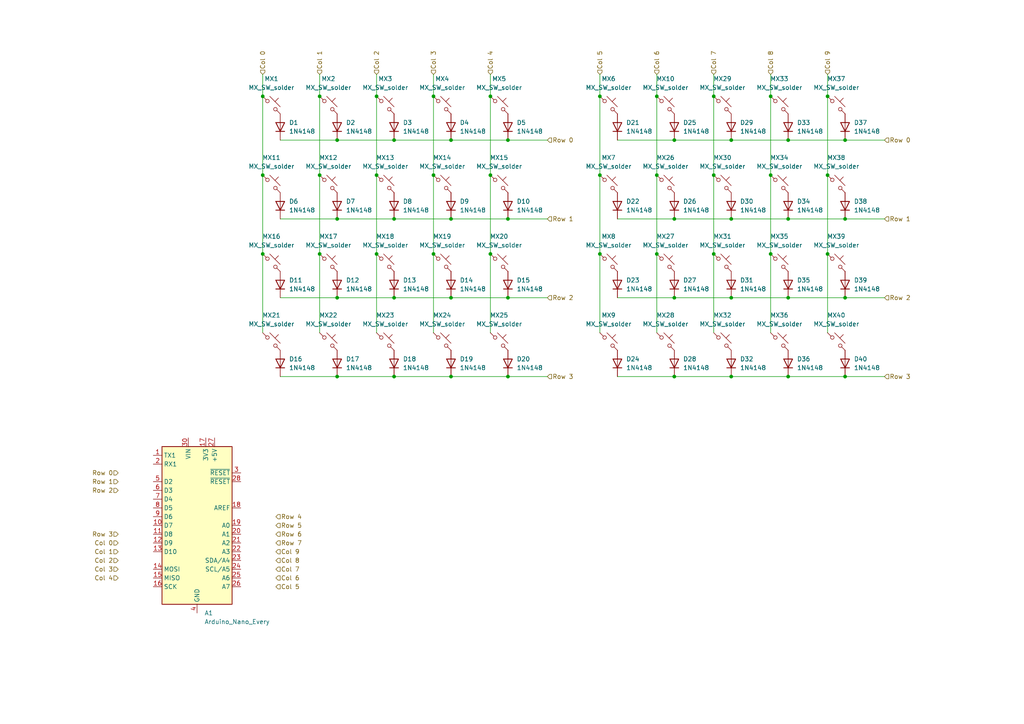
<source format=kicad_sch>
(kicad_sch (version 20250114) (generator "eeschema") (generator_version "9.0")
  (paper "A4")
  (lib_symbols
    (symbol "Diode:1N4148" (pin_numbers (hide yes)) (pin_names (hide yes))
      (property "Reference" "D" (at 0 2.54 0))
      (property "Value" "1N4148" (at 0 -2.54 0))
      (symbol "1N4148_0_1"
        (polyline (pts (xy -1.27 1.27) (xy -1.27 -1.27)) (stroke (width 0.254)))
        (polyline (pts (xy 1.27 1.27) (xy 1.27 -1.27) (xy -1.27 0) (xy 1.27 1.27)) (stroke (width 0.254)))
        (polyline (pts (xy 1.27 0) (xy -1.27 0)))
      )
      (symbol "1N4148_1_1"
        (pin passive line (at -3.81 0 0) (length 2.54) (name "K") (number "1"))
        (pin passive line (at 3.81 0 180) (length 2.54) (name "A") (number "2"))
      )
    )
    (symbol "MCU_Module:Arduino_Nano_Every"
      (property "Reference" "A" (at -10.16 23.495 0))
      (property "Value" "Arduino_Nano_Every" (at 5.08 -24.13 0))
      (symbol "Arduino_Nano_Every_0_1"
        (rectangle (start -10.16 22.86) (end 10.16 -22.86) (stroke (width 0.254)) (fill (type background)))
      )
      (symbol "Arduino_Nano_Every_1_1"
        (pin bidirectional line (at -12.7 20.32 0) (length 2.54) (name "TX1") (number "1"))
        (pin bidirectional line (at -12.7 17.78 0) (length 2.54) (name "RX1") (number "2"))
        (pin bidirectional line (at -12.7 12.7 0) (length 2.54) (name "D2") (number "5"))
        (pin bidirectional line (at -12.7 10.16 0) (length 2.54) (name "D3") (number "6"))
        (pin bidirectional line (at -12.7 7.62 0) (length 2.54) (name "D4") (number "7"))
        (pin bidirectional line (at -12.7 5.08 0) (length 2.54) (name "D5") (number "8"))
        (pin bidirectional line (at -12.7 2.54 0) (length 2.54) (name "D6") (number "9"))
        (pin bidirectional line (at -12.7 0 0) (length 2.54) (name "D7") (number "10"))
        (pin bidirectional line (at -12.7 -2.54 0) (length 2.54) (name "D8") (number "11"))
        (pin bidirectional line (at -12.7 -5.08 0) (length 2.54) (name "D9") (number "12"))
        (pin bidirectional line (at -12.7 -7.62 0) (length 2.54) (name "D10") (number "13"))
        (pin bidirectional line (at -12.7 -12.7 0) (length 2.54) (name "MOSI") (number "14"))
        (pin bidirectional line (at -12.7 -15.24 0) (length 2.54) (name "MISO") (number "15"))
        (pin bidirectional line (at -12.7 -17.78 0) (length 2.54) (name "SCK") (number "16"))
        (pin power_in line (at -2.54 25.4 270) (length 2.54) (name "VIN") (number "30"))
        (pin passive line (at 0 -25.4 90) (length 2.54) (hide yes) (name "GND") (number "29"))
        (pin power_in line (at 0 -25.4 90) (length 2.54) (name "GND") (number "4"))
        (pin power_out line (at 2.54 25.4 270) (length 2.54) (name "3V3") (number "17"))
        (pin power_out line (at 5.08 25.4 270) (length 2.54) (name "+5V") (number "27"))
        (pin input line (at 12.7 15.24 180) (length 2.54) (name "~{RESET}") (number "3"))
        (pin input line (at 12.7 12.7 180) (length 2.54) (name "~{RESET}") (number "28"))
        (pin input line (at 12.7 5.08 180) (length 2.54) (name "AREF") (number "18"))
        (pin bidirectional line (at 12.7 0 180) (length 2.54) (name "A0") (number "19"))
        (pin bidirectional line (at 12.7 -2.54 180) (length 2.54) (name "A1") (number "20"))
        (pin bidirectional line (at 12.7 -5.08 180) (length 2.54) (name "A2") (number "21"))
        (pin bidirectional line (at 12.7 -7.62 180) (length 2.54) (name "A3") (number "22"))
        (pin bidirectional line (at 12.7 -10.16 180) (length 2.54) (name "SDA/A4") (number "23"))
        (pin bidirectional line (at 12.7 -12.7 180) (length 2.54) (name "SCL/A5") (number "24"))
        (pin bidirectional line (at 12.7 -15.24 180) (length 2.54) (name "A6") (number "25"))
        (pin bidirectional line (at 12.7 -17.78 180) (length 2.54) (name "A7") (number "26"))
      )
    )
    (symbol "PCM_marbastlib-mx:MX_SW_solder" (pin_numbers (hide yes)) (pin_names (offset 1.016) (hide yes))
      (property "Reference" "MX" (at 3.048 1.016 0))
      (property "Value" "MX_SW_solder" (at 0 -3.81 0))
      (symbol "MX_SW_solder_0_1"
        (polyline (pts (xy -2.54 2.54) (xy -1.524 1.524) (xy -1.524 1.524)))
        (circle (center -1.1684 1.1684) (radius 0.508))
        (polyline (pts (xy -0.508 2.54) (xy 2.54 -0.508)))
        (polyline (pts (xy 1.016 1.016) (xy 2.032 2.032)))
        (circle (center 1.143 -1.1938) (radius 0.508))
        (polyline (pts (xy 1.524 -1.524) (xy 2.54 -2.54) (xy 2.54 -2.54) (xy 2.54 -2.54)))
        (pin passive line (at -2.54 2.54 0) (length 0) (name "1") (number "1"))
        (pin passive line (at 2.54 -2.54 180) (length 0) (name "2") (number "2"))
      )
    )
    (symbol "Switch:SW_Push" (pin_numbers (hide yes)) (pin_names (offset 1.016) (hide yes))
      (property "Reference" "SW" (at 1.27 2.54 0))
      (property "Value" "SW_Push" (at 0 -1.524 0))
      (symbol "SW_Push_0_1"
        (circle (center -2.032 0) (radius 0.508))
        (polyline (pts (xy 0 1.27) (xy 0 3.048)))
        (circle (center 2.032 0) (radius 0.508))
        (polyline (pts (xy 2.54 1.27) (xy -2.54 1.27)))
        (pin passive line (at -5.08 0 0) (length 2.54) (name "1") (number "1"))
        (pin passive line (at 5.08 0 180) (length 2.54) (name "2") (number "2"))
      )
    )
  )
  (junction (at 147.32 63.5))
  (junction (at 97.79 40.64))
  (junction (at 223.52 50.8))
  (junction (at 130.81 63.5))
  (junction (at 97.79 63.5))
  (junction (at 92.71 50.8))
  (junction (at 125.73 27.94))
  (junction (at 228.6 40.64))
  (junction (at 114.3 109.22))
  (junction (at 142.24 27.94))
  (junction (at 173.99 27.94))
  (junction (at 190.5 50.8))
  (junction (at 240.03 50.8))
  (junction (at 195.58 86.36))
  (junction (at 212.09 109.22))
  (junction (at 109.22 50.8))
  (junction (at 228.6 86.36))
  (junction (at 109.22 73.66))
  (junction (at 142.24 73.66))
  (junction (at 92.71 73.66))
  (junction (at 147.32 109.22))
  (junction (at 125.73 50.8))
  (junction (at 195.58 63.5))
  (junction (at 190.5 27.94))
  (junction (at 97.79 109.22))
  (junction (at 212.09 86.36))
  (junction (at 228.6 63.5))
  (junction (at 147.32 86.36))
  (junction (at 212.09 63.5))
  (junction (at 76.2 73.66))
  (junction (at 207.01 27.94))
  (junction (at 190.5 73.66))
  (junction (at 76.2 27.94))
  (junction (at 245.11 86.36))
  (junction (at 147.32 40.64))
  (junction (at 207.01 73.66))
  (junction (at 173.99 50.8))
  (junction (at 109.22 27.94))
  (junction (at 125.73 73.66))
  (junction (at 92.71 27.94))
  (junction (at 114.3 86.36))
  (junction (at 223.52 27.94))
  (junction (at 97.79 86.36))
  (junction (at 76.2 50.8))
  (junction (at 245.11 109.22))
  (junction (at 130.81 86.36))
  (junction (at 114.3 63.5))
  (junction (at 142.24 50.8))
  (junction (at 207.01 50.8))
  (junction (at 223.52 73.66))
  (junction (at 228.6 109.22))
  (junction (at 195.58 109.22))
  (junction (at 195.58 40.64))
  (junction (at 240.03 27.94))
  (junction (at 240.03 73.66))
  (junction (at 173.99 73.66))
  (junction (at 130.81 109.22))
  (junction (at 245.11 63.5))
  (junction (at 130.81 40.64))
  (junction (at 212.09 40.64))
  (junction (at 114.3 40.64))
  (junction (at 245.11 40.64))
  (wire (pts (xy 195.58 63.5) (xy 212.09 63.5)))
  (wire (pts (xy 81.28 40.64) (xy 97.79 40.64)))
  (wire (pts (xy 190.5 73.66) (xy 190.5 96.52)))
  (wire (pts (xy 130.81 109.22) (xy 147.32 109.22)))
  (wire (pts (xy 228.6 109.22) (xy 245.11 109.22)))
  (wire (pts (xy 81.28 109.22) (xy 97.79 109.22)))
  (wire (pts (xy 109.22 50.8) (xy 109.22 73.66)))
  (wire (pts (xy 81.28 86.36) (xy 97.79 86.36)))
  (wire (pts (xy 245.11 109.22) (xy 256.54 109.22)))
  (wire (pts (xy 92.71 21.59) (xy 92.71 27.94)))
  (wire (pts (xy 114.3 40.64) (xy 130.81 40.64)))
  (wire (pts (xy 173.99 21.59) (xy 173.99 27.94)))
  (wire (pts (xy 179.07 40.64) (xy 195.58 40.64)))
  (wire (pts (xy 109.22 27.94) (xy 109.22 50.8)))
  (wire (pts (xy 212.09 109.22) (xy 228.6 109.22)))
  (wire (pts (xy 92.71 73.66) (xy 92.71 96.52)))
  (wire (pts (xy 81.28 63.5) (xy 97.79 63.5)))
  (wire (pts (xy 147.32 86.36) (xy 158.75 86.36)))
  (wire (pts (xy 190.5 21.59) (xy 190.5 27.94)))
  (wire (pts (xy 76.2 50.8) (xy 76.2 73.66)))
  (wire (pts (xy 125.73 21.59) (xy 125.73 27.94)))
  (wire (pts (xy 130.81 40.64) (xy 147.32 40.64)))
  (wire (pts (xy 97.79 63.5) (xy 114.3 63.5)))
  (wire (pts (xy 173.99 27.94) (xy 173.99 50.8)))
  (wire (pts (xy 223.52 73.66) (xy 223.52 96.52)))
  (wire (pts (xy 240.03 50.8) (xy 240.03 73.66)))
  (wire (pts (xy 76.2 27.94) (xy 76.2 50.8)))
  (wire (pts (xy 97.79 40.64) (xy 114.3 40.64)))
  (wire (pts (xy 212.09 86.36) (xy 228.6 86.36)))
  (wire (pts (xy 173.99 73.66) (xy 173.99 96.52)))
  (wire (pts (xy 245.11 40.64) (xy 256.54 40.64)))
  (wire (pts (xy 223.52 50.8) (xy 223.52 73.66)))
  (wire (pts (xy 195.58 109.22) (xy 212.09 109.22)))
  (wire (pts (xy 142.24 73.66) (xy 142.24 96.52)))
  (wire (pts (xy 207.01 21.59) (xy 207.01 27.94)))
  (wire (pts (xy 130.81 63.5) (xy 147.32 63.5)))
  (wire (pts (xy 190.5 50.8) (xy 190.5 73.66)))
  (wire (pts (xy 240.03 21.59) (xy 240.03 27.94)))
  (wire (pts (xy 245.11 63.5) (xy 256.54 63.5)))
  (wire (pts (xy 228.6 86.36) (xy 245.11 86.36)))
  (wire (pts (xy 92.71 27.94) (xy 92.71 50.8)))
  (wire (pts (xy 223.52 21.59) (xy 223.52 27.94)))
  (wire (pts (xy 97.79 109.22) (xy 114.3 109.22)))
  (wire (pts (xy 147.32 63.5) (xy 158.75 63.5)))
  (wire (pts (xy 190.5 27.94) (xy 190.5 50.8)))
  (wire (pts (xy 125.73 50.8) (xy 125.73 73.66)))
  (wire (pts (xy 125.73 73.66) (xy 125.73 96.52)))
  (wire (pts (xy 109.22 73.66) (xy 109.22 96.52)))
  (wire (pts (xy 114.3 63.5) (xy 130.81 63.5)))
  (wire (pts (xy 147.32 109.22) (xy 158.75 109.22)))
  (wire (pts (xy 228.6 40.64) (xy 245.11 40.64)))
  (wire (pts (xy 212.09 63.5) (xy 228.6 63.5)))
  (wire (pts (xy 92.71 50.8) (xy 92.71 73.66)))
  (wire (pts (xy 142.24 50.8) (xy 142.24 73.66)))
  (wire (pts (xy 125.73 27.94) (xy 125.73 50.8)))
  (wire (pts (xy 207.01 50.8) (xy 207.01 73.66)))
  (wire (pts (xy 207.01 73.66) (xy 207.01 96.52)))
  (wire (pts (xy 228.6 63.5) (xy 245.11 63.5)))
  (wire (pts (xy 212.09 40.64) (xy 228.6 40.64)))
  (wire (pts (xy 114.3 86.36) (xy 130.81 86.36)))
  (wire (pts (xy 240.03 27.94) (xy 240.03 50.8)))
  (wire (pts (xy 109.22 21.59) (xy 109.22 27.94)))
  (wire (pts (xy 76.2 21.59) (xy 76.2 27.94)))
  (wire (pts (xy 114.3 109.22) (xy 130.81 109.22)))
  (wire (pts (xy 173.99 50.8) (xy 173.99 73.66)))
  (wire (pts (xy 179.07 86.36) (xy 195.58 86.36)))
  (wire (pts (xy 207.01 27.94) (xy 207.01 50.8)))
  (wire (pts (xy 179.07 109.22) (xy 195.58 109.22)))
  (wire (pts (xy 147.32 40.64) (xy 158.75 40.64)))
  (wire (pts (xy 245.11 86.36) (xy 256.54 86.36)))
  (wire (pts (xy 76.2 73.66) (xy 76.2 96.52)))
  (wire (pts (xy 240.03 73.66) (xy 240.03 96.52)))
  (wire (pts (xy 130.81 86.36) (xy 147.32 86.36)))
  (wire (pts (xy 142.24 21.59) (xy 142.24 27.94)))
  (wire (pts (xy 179.07 63.5) (xy 195.58 63.5)))
  (wire (pts (xy 97.79 86.36) (xy 114.3 86.36)))
  (wire (pts (xy 142.24 27.94) (xy 142.24 50.8)))
  (wire (pts (xy 195.58 40.64) (xy 212.09 40.64)))
  (wire (pts (xy 195.58 86.36) (xy 212.09 86.36)))
  (wire (pts (xy 223.52 27.94) (xy 223.52 50.8)))
  (hierarchical_label "Col 2" (shape input) (at 109.22 21.59 90))
  (hierarchical_label "Col 4" (shape input) (at 142.24 21.59 90))
  (hierarchical_label "Row 1" (shape input) (at 256.54 63.5 0))
  (hierarchical_label "Col 9" (shape input) (at 240.03 21.59 90))
  (hierarchical_label "Col 3" (shape input) (at 125.73 21.59 90))
  (hierarchical_label "Col 5" (shape input) (at 173.99 21.59 90))
  (hierarchical_label "Row 1" (shape input) (at 158.75 63.5 0))
  (hierarchical_label "Col 9" (shape input) (at 80.01 160.02 0))
  (hierarchical_label "Col 1" (shape input) (at 34.29 160.02 180))
  (hierarchical_label "Col 2" (shape input) (at 34.29 162.56 180))
  (hierarchical_label "Row 2" (shape input) (at 256.54 86.36 0))
  (hierarchical_label "Row 3" (shape input) (at 256.54 109.22 0))
  (hierarchical_label "Row 5" (shape input) (at 80.01 152.4 0))
  (hierarchical_label "Col 6" (shape input) (at 80.01 167.64 0))
  (hierarchical_label "Col 6" (shape input) (at 190.5 21.59 90))
  (hierarchical_label "Col 3" (shape input) (at 34.29 165.1 180))
  (hierarchical_label "Row 6" (shape input) (at 80.01 154.94 0))
  (hierarchical_label "Col 4" (shape input) (at 34.29 167.64 180))
  (hierarchical_label "Row 4" (shape input) (at 80.01 149.86 0))
  (hierarchical_label "Col 7" (shape input) (at 207.01 21.59 90))
  (hierarchical_label "Row 0" (shape input) (at 256.54 40.64 0))
  (hierarchical_label "Row 0" (shape input) (at 34.29 137.16 180))
  (hierarchical_label "Row 0" (shape input) (at 158.75 40.64 0))
  (hierarchical_label "Col 0" (shape input) (at 76.2 21.59 90))
  (hierarchical_label "Col 8" (shape input) (at 223.52 21.59 90))
  (hierarchical_label "Row 2" (shape input) (at 158.75 86.36 0))
  (hierarchical_label "Col 7" (shape input) (at 80.01 165.1 0))
  (hierarchical_label "Row 1" (shape input) (at 34.29 139.7 180))
  (hierarchical_label "Col 0" (shape input) (at 34.29 157.48 180))
  (hierarchical_label "Row 3" (shape input) (at 34.29 154.94 180))
  (hierarchical_label "Col 8" (shape input) (at 80.01 162.56 0))
  (hierarchical_label "Col 5" (shape input) (at 80.01 170.18 0))
  (hierarchical_label "Row 7" (shape input) (at 80.01 157.48 0))
  (hierarchical_label "Row 2" (shape input) (at 34.29 142.24 180))
  (hierarchical_label "Row 3" (shape input) (at 158.75 109.22 0))
  (hierarchical_label "Col 1" (shape input) (at 92.71 21.59 90))
  (symbol (lib_id "PCM_marbastlib-mx:MX_SW_solder") (at 193.04 30.48 0) (unit 1)
    (property "Reference" "MX10" (at 193.04 22.86 0))
    (property "Value" "MX_SW_solder" (at 193.04 25.4 0))
    (property "Footprint" "MX_Solderable:Low Profile GC plus MX" (effects (hide yes)))
    (property "Description" "Push button switch, normally open, two pins, 45° tilted" (effects (hide yes)))
  )
  (symbol (lib_id "PCM_marbastlib-mx:MX_SW_solder") (at 78.74 53.34 0) (unit 1)
    (property "Reference" "MX11" (at 78.74 45.72 0))
    (property "Value" "MX_SW_solder" (at 78.74 48.26 0))
    (property "Footprint" "MX_Solderable:Low Profile GC plus MX" (effects (hide yes)))
    (property "Description" "Push button switch, normally open, two pins, 45° tilted" (effects (hide yes)))
  )
  (symbol (lib_id "Diode:1N4148") (at 81.28 36.83 90) (unit 1)
    (property "Reference" "D1" (at 83.82 35.5599 90) (effects (justify right)))
    (property "Value" "1N4148" (at 83.82 38.0999 90) (effects (justify right)))
    (property "Footprint" "Diode_THT:D_DO-35_SOD27_P7.62mm_Horizontal" (effects (hide yes)))
    (property "Datasheet" "https://assets.nexperia.com/documents/data-sheet/1N4148_1N4448.pdf" (effects (hide yes)))
    (property "Description" "100V 0.15A standard switching diode, DO-35" (effects (hide yes)))
    (property "Sim.Device" "D" (effects (hide yes)))
    (property "Sim.Pins" "1=K 2=A" (effects (hide yes)))
  )
  (symbol (lib_id "PCM_marbastlib-mx:MX_SW_solder") (at 226.06 53.34 0) (unit 1)
    (property "Reference" "MX34" (at 226.06 45.72 0))
    (property "Value" "MX_SW_solder" (at 226.06 48.26 0))
    (property "Footprint" "MX_Solderable:Low Profile GC plus MX" (effects (hide yes)))
    (property "Description" "Push button switch, normally open, two pins, 45° tilted" (effects (hide yes)))
  )
  (symbol (lib_id "Diode:1N4148") (at 212.09 105.41 90) (unit 1)
    (property "Reference" "D32" (at 214.63 104.1399 90) (effects (justify right)))
    (property "Value" "1N4148" (at 214.63 106.6799 90) (effects (justify right)))
    (property "Footprint" "Diode_THT:D_DO-35_SOD27_P7.62mm_Horizontal" (effects (hide yes)))
    (property "Datasheet" "https://assets.nexperia.com/documents/data-sheet/1N4148_1N4448.pdf" (effects (hide yes)))
    (property "Description" "100V 0.15A standard switching diode, DO-35" (effects (hide yes)))
    (property "Sim.Device" "D" (effects (hide yes)))
    (property "Sim.Pins" "1=K 2=A" (effects (hide yes)))
  )
  (symbol (lib_id "Diode:1N4148") (at 114.3 105.41 90) (unit 1)
    (property "Reference" "D18" (at 116.84 104.1399 90) (effects (justify right)))
    (property "Value" "1N4148" (at 116.84 106.6799 90) (effects (justify right)))
    (property "Footprint" "Diode_THT:D_DO-35_SOD27_P7.62mm_Horizontal" (effects (hide yes)))
    (property "Datasheet" "https://assets.nexperia.com/documents/data-sheet/1N4148_1N4448.pdf" (effects (hide yes)))
    (property "Description" "100V 0.15A standard switching diode, DO-35" (effects (hide yes)))
    (property "Sim.Device" "D" (effects (hide yes)))
    (property "Sim.Pins" "1=K 2=A" (effects (hide yes)))
  )
  (symbol (lib_id "Diode:1N4148") (at 147.32 105.41 90) (unit 1)
    (property "Reference" "D20" (at 149.86 104.1399 90) (effects (justify right)))
    (property "Value" "1N4148" (at 149.86 106.6799 90) (effects (justify right)))
    (property "Footprint" "Diode_THT:D_DO-35_SOD27_P7.62mm_Horizontal" (effects (hide yes)))
    (property "Datasheet" "https://assets.nexperia.com/documents/data-sheet/1N4148_1N4448.pdf" (effects (hide yes)))
    (property "Description" "100V 0.15A standard switching diode, DO-35" (effects (hide yes)))
    (property "Sim.Device" "D" (effects (hide yes)))
    (property "Sim.Pins" "1=K 2=A" (effects (hide yes)))
  )
  (symbol (lib_id "PCM_marbastlib-mx:MX_SW_solder") (at 242.57 76.2 0) (unit 1)
    (property "Reference" "MX39" (at 242.57 68.58 0))
    (property "Value" "MX_SW_solder" (at 242.57 71.12 0))
    (property "Footprint" "MX_Solderable:Low Profile GC plus MX" (effects (hide yes)))
    (property "Description" "Push button switch, normally open, two pins, 45° tilted" (effects (hide yes)))
  )
  (symbol (lib_id "Diode:1N4148") (at 130.81 82.55 90) (unit 1)
    (property "Reference" "D14" (at 133.35 81.2799 90) (effects (justify right)))
    (property "Value" "1N4148" (at 133.35 83.8199 90) (effects (justify right)))
    (property "Footprint" "Diode_THT:D_DO-35_SOD27_P7.62mm_Horizontal" (effects (hide yes)))
    (property "Datasheet" "https://assets.nexperia.com/documents/data-sheet/1N4148_1N4448.pdf" (effects (hide yes)))
    (property "Description" "100V 0.15A standard switching diode, DO-35" (effects (hide yes)))
    (property "Sim.Device" "D" (effects (hide yes)))
    (property "Sim.Pins" "1=K 2=A" (effects (hide yes)))
  )
  (symbol (lib_id "Diode:1N4148") (at 195.58 59.69 90) (unit 1)
    (property "Reference" "D26" (at 198.12 58.4199 90) (effects (justify right)))
    (property "Value" "1N4148" (at 198.12 60.9599 90) (effects (justify right)))
    (property "Footprint" "Diode_THT:D_DO-35_SOD27_P7.62mm_Horizontal" (effects (hide yes)))
    (property "Datasheet" "https://assets.nexperia.com/documents/data-sheet/1N4148_1N4448.pdf" (effects (hide yes)))
    (property "Description" "100V 0.15A standard switching diode, DO-35" (effects (hide yes)))
    (property "Sim.Device" "D" (effects (hide yes)))
    (property "Sim.Pins" "1=K 2=A" (effects (hide yes)))
  )
  (symbol (lib_id "MCU_Module:Arduino_Nano_Every") (at 57.15 152.4 0) (unit 1)
    (property "Reference" "A1" (at 59.2933 177.8 0) (effects (justify left)))
    (property "Value" "Arduino_Nano_Every" (at 59.2933 180.34 0) (effects (justify left)))
    (property "Footprint" "Module:Arduino_Nano" (effects (hide yes)))
    (property "Datasheet" "https://content.arduino.cc/assets/NANOEveryV3.0_sch.pdf" (effects (hide yes)))
    (property "Description" "Arduino Nano Every" (effects (hide yes)))
  )
  (symbol (lib_id "PCM_marbastlib-mx:MX_SW_solder") (at 78.74 99.06 0) (unit 1)
    (property "Reference" "MX21" (at 78.74 91.44 0))
    (property "Value" "MX_SW_solder" (at 78.74 93.98 0))
    (property "Footprint" "MX_Solderable:Low Profile GC plus MX" (effects (hide yes)))
    (property "Description" "Push button switch, normally open, two pins, 45° tilted" (effects (hide yes)))
  )
  (symbol (lib_id "Diode:1N4148") (at 228.6 36.83 90) (unit 1)
    (property "Reference" "D33" (at 231.14 35.5599 90) (effects (justify right)))
    (property "Value" "1N4148" (at 231.14 38.0999 90) (effects (justify right)))
    (property "Footprint" "Diode_THT:D_DO-35_SOD27_P7.62mm_Horizontal" (effects (hide yes)))
    (property "Datasheet" "https://assets.nexperia.com/documents/data-sheet/1N4148_1N4448.pdf" (effects (hide yes)))
    (property "Description" "100V 0.15A standard switching diode, DO-35" (effects (hide yes)))
    (property "Sim.Device" "D" (effects (hide yes)))
    (property "Sim.Pins" "1=K 2=A" (effects (hide yes)))
  )
  (symbol (lib_id "PCM_marbastlib-mx:MX_SW_solder") (at 128.27 53.34 0) (unit 1)
    (property "Reference" "MX14" (at 128.27 45.72 0))
    (property "Value" "MX_SW_solder" (at 128.27 48.26 0))
    (property "Footprint" "MX_Solderable:Low Profile GC plus MX" (effects (hide yes)))
    (property "Description" "Push button switch, normally open, two pins, 45° tilted" (effects (hide yes)))
  )
  (symbol (lib_id "PCM_marbastlib-mx:MX_SW_solder") (at 193.04 99.06 0) (unit 1)
    (property "Reference" "MX28" (at 193.04 91.44 0))
    (property "Value" "MX_SW_solder" (at 193.04 93.98 0))
    (property "Footprint" "MX_Solderable:Low Profile GC plus MX" (effects (hide yes)))
    (property "Description" "Push button switch, normally open, two pins, 45° tilted" (effects (hide yes)))
  )
  (symbol (lib_id "PCM_marbastlib-mx:MX_SW_solder") (at 242.57 99.06 0) (unit 1)
    (property "Reference" "MX40" (at 242.57 91.44 0))
    (property "Value" "MX_SW_solder" (at 242.57 93.98 0))
    (property "Footprint" "MX_Solderable:Low Profile GC plus MX" (effects (hide yes)))
    (property "Description" "Push button switch, normally open, two pins, 45° tilted" (effects (hide yes)))
  )
  (symbol (lib_id "Diode:1N4148") (at 81.28 82.55 90) (unit 1)
    (property "Reference" "D11" (at 83.82 81.2799 90) (effects (justify right)))
    (property "Value" "1N4148" (at 83.82 83.8199 90) (effects (justify right)))
    (property "Footprint" "Diode_THT:D_DO-35_SOD27_P7.62mm_Horizontal" (effects (hide yes)))
    (property "Datasheet" "https://assets.nexperia.com/documents/data-sheet/1N4148_1N4448.pdf" (effects (hide yes)))
    (property "Description" "100V 0.15A standard switching diode, DO-35" (effects (hide yes)))
    (property "Sim.Device" "D" (effects (hide yes)))
    (property "Sim.Pins" "1=K 2=A" (effects (hide yes)))
  )
  (symbol (lib_id "Diode:1N4148") (at 97.79 36.83 90) (unit 1)
    (property "Reference" "D2" (at 100.33 35.5599 90) (effects (justify right)))
    (property "Value" "1N4148" (at 100.33 38.0999 90) (effects (justify right)))
    (property "Footprint" "Diode_THT:D_DO-35_SOD27_P7.62mm_Horizontal" (effects (hide yes)))
    (property "Datasheet" "https://assets.nexperia.com/documents/data-sheet/1N4148_1N4448.pdf" (effects (hide yes)))
    (property "Description" "100V 0.15A standard switching diode, DO-35" (effects (hide yes)))
    (property "Sim.Device" "D" (effects (hide yes)))
    (property "Sim.Pins" "1=K 2=A" (effects (hide yes)))
  )
  (symbol (lib_id "Diode:1N4148") (at 228.6 105.41 90) (unit 1)
    (property "Reference" "D36" (at 231.14 104.1399 90) (effects (justify right)))
    (property "Value" "1N4148" (at 231.14 106.6799 90) (effects (justify right)))
    (property "Footprint" "Diode_THT:D_DO-35_SOD27_P7.62mm_Horizontal" (effects (hide yes)))
    (property "Datasheet" "https://assets.nexperia.com/documents/data-sheet/1N4148_1N4448.pdf" (effects (hide yes)))
    (property "Description" "100V 0.15A standard switching diode, DO-35" (effects (hide yes)))
    (property "Sim.Device" "D" (effects (hide yes)))
    (property "Sim.Pins" "1=K 2=A" (effects (hide yes)))
  )
  (symbol (lib_id "PCM_marbastlib-mx:MX_SW_solder") (at 111.76 30.48 0) (unit 1)
    (property "Reference" "MX3" (at 111.76 22.86 0))
    (property "Value" "MX_SW_solder" (at 111.76 25.4 0))
    (property "Footprint" "MX_Solderable:Low Profile GC plus MX" (effects (hide yes)))
    (property "Description" "Push button switch, normally open, two pins, 45° tilted" (effects (hide yes)))
  )
  (symbol (lib_id "Diode:1N4148") (at 245.11 82.55 90) (unit 1)
    (property "Reference" "D39" (at 247.65 81.2799 90) (effects (justify right)))
    (property "Value" "1N4148" (at 247.65 83.8199 90) (effects (justify right)))
    (property "Footprint" "Diode_THT:D_DO-35_SOD27_P7.62mm_Horizontal" (effects (hide yes)))
    (property "Datasheet" "https://assets.nexperia.com/documents/data-sheet/1N4148_1N4448.pdf" (effects (hide yes)))
    (property "Description" "100V 0.15A standard switching diode, DO-35" (effects (hide yes)))
    (property "Sim.Device" "D" (effects (hide yes)))
    (property "Sim.Pins" "1=K 2=A" (effects (hide yes)))
  )
  (symbol (lib_id "Diode:1N4148") (at 81.28 59.69 90) (unit 1)
    (property "Reference" "D6" (at 83.82 58.4199 90) (effects (justify right)))
    (property "Value" "1N4148" (at 83.82 60.9599 90) (effects (justify right)))
    (property "Footprint" "Diode_THT:D_DO-35_SOD27_P7.62mm_Horizontal" (effects (hide yes)))
    (property "Datasheet" "https://assets.nexperia.com/documents/data-sheet/1N4148_1N4448.pdf" (effects (hide yes)))
    (property "Description" "100V 0.15A standard switching diode, DO-35" (effects (hide yes)))
    (property "Sim.Device" "D" (effects (hide yes)))
    (property "Sim.Pins" "1=K 2=A" (effects (hide yes)))
  )
  (symbol (lib_id "Diode:1N4148") (at 130.81 36.83 90) (unit 1)
    (property "Reference" "D4" (at 133.35 35.5599 90) (effects (justify right)))
    (property "Value" "1N4148" (at 133.35 38.0999 90) (effects (justify right)))
    (property "Footprint" "Diode_THT:D_DO-35_SOD27_P7.62mm_Horizontal" (effects (hide yes)))
    (property "Datasheet" "https://assets.nexperia.com/documents/data-sheet/1N4148_1N4448.pdf" (effects (hide yes)))
    (property "Description" "100V 0.15A standard switching diode, DO-35" (effects (hide yes)))
    (property "Sim.Device" "D" (effects (hide yes)))
    (property "Sim.Pins" "1=K 2=A" (effects (hide yes)))
  )
  (symbol (lib_id "PCM_marbastlib-mx:MX_SW_solder") (at 209.55 76.2 0) (unit 1)
    (property "Reference" "MX31" (at 209.55 68.58 0))
    (property "Value" "MX_SW_solder" (at 209.55 71.12 0))
    (property "Footprint" "MX_Solderable:Low Profile GC plus MX" (effects (hide yes)))
    (property "Description" "Push button switch, normally open, two pins, 45° tilted" (effects (hide yes)))
  )
  (symbol (lib_id "Diode:1N4148") (at 97.79 82.55 90) (unit 1)
    (property "Reference" "D12" (at 100.33 81.2799 90) (effects (justify right)))
    (property "Value" "1N4148" (at 100.33 83.8199 90) (effects (justify right)))
    (property "Footprint" "Diode_THT:D_DO-35_SOD27_P7.62mm_Horizontal" (effects (hide yes)))
    (property "Datasheet" "https://assets.nexperia.com/documents/data-sheet/1N4148_1N4448.pdf" (effects (hide yes)))
    (property "Description" "100V 0.15A standard switching diode, DO-35" (effects (hide yes)))
    (property "Sim.Device" "D" (effects (hide yes)))
    (property "Sim.Pins" "1=K 2=A" (effects (hide yes)))
  )
  (symbol (lib_id "Diode:1N4148") (at 97.79 59.69 90) (unit 1)
    (property "Reference" "D7" (at 100.33 58.4199 90) (effects (justify right)))
    (property "Value" "1N4148" (at 100.33 60.9599 90) (effects (justify right)))
    (property "Footprint" "Diode_THT:D_DO-35_SOD27_P7.62mm_Horizontal" (effects (hide yes)))
    (property "Datasheet" "https://assets.nexperia.com/documents/data-sheet/1N4148_1N4448.pdf" (effects (hide yes)))
    (property "Description" "100V 0.15A standard switching diode, DO-35" (effects (hide yes)))
    (property "Sim.Device" "D" (effects (hide yes)))
    (property "Sim.Pins" "1=K 2=A" (effects (hide yes)))
  )
  (symbol (lib_id "Diode:1N4148") (at 228.6 59.69 90) (unit 1)
    (property "Reference" "D34" (at 231.14 58.4199 90) (effects (justify right)))
    (property "Value" "1N4148" (at 231.14 60.9599 90) (effects (justify right)))
    (property "Footprint" "Diode_THT:D_DO-35_SOD27_P7.62mm_Horizontal" (effects (hide yes)))
    (property "Datasheet" "https://assets.nexperia.com/documents/data-sheet/1N4148_1N4448.pdf" (effects (hide yes)))
    (property "Description" "100V 0.15A standard switching diode, DO-35" (effects (hide yes)))
    (property "Sim.Device" "D" (effects (hide yes)))
    (property "Sim.Pins" "1=K 2=A" (effects (hide yes)))
  )
  (symbol (lib_id "PCM_marbastlib-mx:MX_SW_solder") (at 95.25 76.2 0) (unit 1)
    (property "Reference" "MX17" (at 95.25 68.58 0))
    (property "Value" "MX_SW_solder" (at 95.25 71.12 0))
    (property "Footprint" "MX_Solderable:Low Profile GC plus MX" (effects (hide yes)))
    (property "Description" "Push button switch, normally open, two pins, 45° tilted" (effects (hide yes)))
  )
  (symbol (lib_id "Diode:1N4148") (at 81.28 105.41 90) (unit 1)
    (property "Reference" "D16" (at 83.82 104.1399 90) (effects (justify right)))
    (property "Value" "1N4148" (at 83.82 106.6799 90) (effects (justify right)))
    (property "Footprint" "Diode_THT:D_DO-35_SOD27_P7.62mm_Horizontal" (effects (hide yes)))
    (property "Datasheet" "https://assets.nexperia.com/documents/data-sheet/1N4148_1N4448.pdf" (effects (hide yes)))
    (property "Description" "100V 0.15A standard switching diode, DO-35" (effects (hide yes)))
    (property "Sim.Device" "D" (effects (hide yes)))
    (property "Sim.Pins" "1=K 2=A" (effects (hide yes)))
  )
  (symbol (lib_id "Diode:1N4148") (at 212.09 82.55 90) (unit 1)
    (property "Reference" "D31" (at 214.63 81.2799 90) (effects (justify right)))
    (property "Value" "1N4148" (at 214.63 83.8199 90) (effects (justify right)))
    (property "Footprint" "Diode_THT:D_DO-35_SOD27_P7.62mm_Horizontal" (effects (hide yes)))
    (property "Datasheet" "https://assets.nexperia.com/documents/data-sheet/1N4148_1N4448.pdf" (effects (hide yes)))
    (property "Description" "100V 0.15A standard switching diode, DO-35" (effects (hide yes)))
    (property "Sim.Device" "D" (effects (hide yes)))
    (property "Sim.Pins" "1=K 2=A" (effects (hide yes)))
  )
  (symbol (lib_id "Diode:1N4148") (at 147.32 59.69 90) (unit 1)
    (property "Reference" "D10" (at 149.86 58.4199 90) (effects (justify right)))
    (property "Value" "1N4148" (at 149.86 60.9599 90) (effects (justify right)))
    (property "Footprint" "Diode_THT:D_DO-35_SOD27_P7.62mm_Horizontal" (effects (hide yes)))
    (property "Datasheet" "https://assets.nexperia.com/documents/data-sheet/1N4148_1N4448.pdf" (effects (hide yes)))
    (property "Description" "100V 0.15A standard switching diode, DO-35" (effects (hide yes)))
    (property "Sim.Device" "D" (effects (hide yes)))
    (property "Sim.Pins" "1=K 2=A" (effects (hide yes)))
  )
  (symbol (lib_id "Diode:1N4148") (at 212.09 36.83 90) (unit 1)
    (property "Reference" "D29" (at 214.63 35.5599 90) (effects (justify right)))
    (property "Value" "1N4148" (at 214.63 38.0999 90) (effects (justify right)))
    (property "Footprint" "Diode_THT:D_DO-35_SOD27_P7.62mm_Horizontal" (effects (hide yes)))
    (property "Datasheet" "https://assets.nexperia.com/documents/data-sheet/1N4148_1N4448.pdf" (effects (hide yes)))
    (property "Description" "100V 0.15A standard switching diode, DO-35" (effects (hide yes)))
    (property "Sim.Device" "D" (effects (hide yes)))
    (property "Sim.Pins" "1=K 2=A" (effects (hide yes)))
  )
  (symbol (lib_id "PCM_marbastlib-mx:MX_SW_solder") (at 128.27 30.48 0) (unit 1)
    (property "Reference" "MX4" (at 128.27 22.86 0))
    (property "Value" "MX_SW_solder" (at 128.27 25.4 0))
    (property "Footprint" "MX_Solderable:Low Profile GC plus MX" (effects (hide yes)))
    (property "Description" "Push button switch, normally open, two pins, 45° tilted" (effects (hide yes)))
  )
  (symbol (lib_id "Diode:1N4148") (at 179.07 105.41 90) (unit 1)
    (property "Reference" "D24" (at 181.61 104.1399 90) (effects (justify right)))
    (property "Value" "1N4148" (at 181.61 106.6799 90) (effects (justify right)))
    (property "Footprint" "Diode_THT:D_DO-35_SOD27_P7.62mm_Horizontal" (effects (hide yes)))
    (property "Datasheet" "https://assets.nexperia.com/documents/data-sheet/1N4148_1N4448.pdf" (effects (hide yes)))
    (property "Description" "100V 0.15A standard switching diode, DO-35" (effects (hide yes)))
    (property "Sim.Device" "D" (effects (hide yes)))
    (property "Sim.Pins" "1=K 2=A" (effects (hide yes)))
  )
  (symbol (lib_id "Diode:1N4148") (at 179.07 59.69 90) (unit 1)
    (property "Reference" "D22" (at 181.61 58.4199 90) (effects (justify right)))
    (property "Value" "1N4148" (at 181.61 60.9599 90) (effects (justify right)))
    (property "Footprint" "Diode_THT:D_DO-35_SOD27_P7.62mm_Horizontal" (effects (hide yes)))
    (property "Datasheet" "https://assets.nexperia.com/documents/data-sheet/1N4148_1N4448.pdf" (effects (hide yes)))
    (property "Description" "100V 0.15A standard switching diode, DO-35" (effects (hide yes)))
    (property "Sim.Device" "D" (effects (hide yes)))
    (property "Sim.Pins" "1=K 2=A" (effects (hide yes)))
  )
  (symbol (lib_id "Diode:1N4148") (at 97.79 105.41 90) (unit 1)
    (property "Reference" "D17" (at 100.33 104.1399 90) (effects (justify right)))
    (property "Value" "1N4148" (at 100.33 106.6799 90) (effects (justify right)))
    (property "Footprint" "Diode_THT:D_DO-35_SOD27_P7.62mm_Horizontal" (effects (hide yes)))
    (property "Datasheet" "https://assets.nexperia.com/documents/data-sheet/1N4148_1N4448.pdf" (effects (hide yes)))
    (property "Description" "100V 0.15A standard switching diode, DO-35" (effects (hide yes)))
    (property "Sim.Device" "D" (effects (hide yes)))
    (property "Sim.Pins" "1=K 2=A" (effects (hide yes)))
  )
  (symbol (lib_id "Diode:1N4148") (at 130.81 105.41 90) (unit 1)
    (property "Reference" "D19" (at 133.35 104.1399 90) (effects (justify right)))
    (property "Value" "1N4148" (at 133.35 106.6799 90) (effects (justify right)))
    (property "Footprint" "Diode_THT:D_DO-35_SOD27_P7.62mm_Horizontal" (effects (hide yes)))
    (property "Datasheet" "https://assets.nexperia.com/documents/data-sheet/1N4148_1N4448.pdf" (effects (hide yes)))
    (property "Description" "100V 0.15A standard switching diode, DO-35" (effects (hide yes)))
    (property "Sim.Device" "D" (effects (hide yes)))
    (property "Sim.Pins" "1=K 2=A" (effects (hide yes)))
  )
  (symbol (lib_id "PCM_marbastlib-mx:MX_SW_solder") (at 95.25 53.34 0) (unit 1)
    (property "Reference" "MX12" (at 95.25 45.72 0))
    (property "Value" "MX_SW_solder" (at 95.25 48.26 0))
    (property "Footprint" "MX_Solderable:Low Profile GC plus MX" (effects (hide yes)))
    (property "Description" "Push button switch, normally open, two pins, 45° tilted" (effects (hide yes)))
  )
  (symbol (lib_id "PCM_marbastlib-mx:MX_SW_solder") (at 209.55 30.48 0) (unit 1)
    (property "Reference" "MX29" (at 209.55 22.86 0))
    (property "Value" "MX_SW_solder" (at 209.55 25.4 0))
    (property "Footprint" "MX_Solderable:Low Profile GC plus MX" (effects (hide yes)))
    (property "Description" "Push button switch, normally open, two pins, 45° tilted" (effects (hide yes)))
  )
  (symbol (lib_id "PCM_marbastlib-mx:MX_SW_solder") (at 226.06 76.2 0) (unit 1)
    (property "Reference" "MX35" (at 226.06 68.58 0))
    (property "Value" "MX_SW_solder" (at 226.06 71.12 0))
    (property "Footprint" "MX_Solderable:Low Profile GC plus MX" (effects (hide yes)))
    (property "Description" "Push button switch, normally open, two pins, 45° tilted" (effects (hide yes)))
  )
  (symbol (lib_id "Diode:1N4148") (at 195.58 105.41 90) (unit 1)
    (property "Reference" "D28" (at 198.12 104.1399 90) (effects (justify right)))
    (property "Value" "1N4148" (at 198.12 106.6799 90) (effects (justify right)))
    (property "Footprint" "Diode_THT:D_DO-35_SOD27_P7.62mm_Horizontal" (effects (hide yes)))
    (property "Datasheet" "https://assets.nexperia.com/documents/data-sheet/1N4148_1N4448.pdf" (effects (hide yes)))
    (property "Description" "100V 0.15A standard switching diode, DO-35" (effects (hide yes)))
    (property "Sim.Device" "D" (effects (hide yes)))
    (property "Sim.Pins" "1=K 2=A" (effects (hide yes)))
  )
  (symbol (lib_id "Diode:1N4148") (at 179.07 36.83 90) (unit 1)
    (property "Reference" "D21" (at 181.61 35.5599 90) (effects (justify right)))
    (property "Value" "1N4148" (at 181.61 38.0999 90) (effects (justify right)))
    (property "Footprint" "Diode_THT:D_DO-35_SOD27_P7.62mm_Horizontal" (effects (hide yes)))
    (property "Datasheet" "https://assets.nexperia.com/documents/data-sheet/1N4148_1N4448.pdf" (effects (hide yes)))
    (property "Description" "100V 0.15A standard switching diode, DO-35" (effects (hide yes)))
    (property "Sim.Device" "D" (effects (hide yes)))
    (property "Sim.Pins" "1=K 2=A" (effects (hide yes)))
  )
  (symbol (lib_id "Diode:1N4148") (at 114.3 59.69 90) (unit 1)
    (property "Reference" "D8" (at 116.84 58.4199 90) (effects (justify right)))
    (property "Value" "1N4148" (at 116.84 60.9599 90) (effects (justify right)))
    (property "Footprint" "Diode_THT:D_DO-35_SOD27_P7.62mm_Horizontal" (effects (hide yes)))
    (property "Datasheet" "https://assets.nexperia.com/documents/data-sheet/1N4148_1N4448.pdf" (effects (hide yes)))
    (property "Description" "100V 0.15A standard switching diode, DO-35" (effects (hide yes)))
    (property "Sim.Device" "D" (effects (hide yes)))
    (property "Sim.Pins" "1=K 2=A" (effects (hide yes)))
  )
  (symbol (lib_id "PCM_marbastlib-mx:MX_SW_solder") (at 193.04 76.2 0) (unit 1)
    (property "Reference" "MX27" (at 193.04 68.58 0))
    (property "Value" "MX_SW_solder" (at 193.04 71.12 0))
    (property "Footprint" "MX_Solderable:Low Profile GC plus MX" (effects (hide yes)))
    (property "Description" "Push button switch, normally open, two pins, 45° tilted" (effects (hide yes)))
  )
  (symbol (lib_id "Diode:1N4148") (at 114.3 36.83 90) (unit 1)
    (property "Reference" "D3" (at 116.84 35.5599 90) (effects (justify right)))
    (property "Value" "1N4148" (at 116.84 38.0999 90) (effects (justify right)))
    (property "Footprint" "Diode_THT:D_DO-35_SOD27_P7.62mm_Horizontal" (effects (hide yes)))
    (property "Datasheet" "https://assets.nexperia.com/documents/data-sheet/1N4148_1N4448.pdf" (effects (hide yes)))
    (property "Description" "100V 0.15A standard switching diode, DO-35" (effects (hide yes)))
    (property "Sim.Device" "D" (effects (hide yes)))
    (property "Sim.Pins" "1=K 2=A" (effects (hide yes)))
  )
  (symbol (lib_id "Switch:SW_Push") (at 236.22 251.46 0) (unit 1)
    (property "Reference" "SW1" (at 236.22 243.84 0))
    (property "Value" "SW_Push" (at 236.22 246.38 0))
    (property "Description" "Push button switch, generic, two pins" (effects (hide yes)))
  )
  (symbol (lib_id "PCM_marbastlib-mx:MX_SW_solder") (at 176.53 76.2 0) (unit 1)
    (property "Reference" "MX8" (at 176.53 68.58 0))
    (property "Value" "MX_SW_solder" (at 176.53 71.12 0))
    (property "Footprint" "MX_Solderable:Low Profile GC plus MX" (effects (hide yes)))
    (property "Description" "Push button switch, normally open, two pins, 45° tilted" (effects (hide yes)))
  )
  (symbol (lib_id "Diode:1N4148") (at 130.81 59.69 90) (unit 1)
    (property "Reference" "D9" (at 133.35 58.4199 90) (effects (justify right)))
    (property "Value" "1N4148" (at 133.35 60.9599 90) (effects (justify right)))
    (property "Footprint" "Diode_THT:D_DO-35_SOD27_P7.62mm_Horizontal" (effects (hide yes)))
    (property "Datasheet" "https://assets.nexperia.com/documents/data-sheet/1N4148_1N4448.pdf" (effects (hide yes)))
    (property "Description" "100V 0.15A standard switching diode, DO-35" (effects (hide yes)))
    (property "Sim.Device" "D" (effects (hide yes)))
    (property "Sim.Pins" "1=K 2=A" (effects (hide yes)))
  )
  (symbol (lib_id "PCM_marbastlib-mx:MX_SW_solder") (at 242.57 30.48 0) (unit 1)
    (property "Reference" "MX37" (at 242.57 22.86 0))
    (property "Value" "MX_SW_solder" (at 242.57 25.4 0))
    (property "Footprint" "MX_Solderable:Low Profile GC plus MX" (effects (hide yes)))
    (property "Description" "Push button switch, normally open, two pins, 45° tilted" (effects (hide yes)))
  )
  (symbol (lib_id "PCM_marbastlib-mx:MX_SW_solder") (at 111.76 76.2 0) (unit 1)
    (property "Reference" "MX18" (at 111.76 68.58 0))
    (property "Value" "MX_SW_solder" (at 111.76 71.12 0))
    (property "Footprint" "MX_Solderable:Low Profile GC plus MX" (effects (hide yes)))
    (property "Description" "Push button switch, normally open, two pins, 45° tilted" (effects (hide yes)))
  )
  (symbol (lib_id "PCM_marbastlib-mx:MX_SW_solder") (at 209.55 99.06 0) (unit 1)
    (property "Reference" "MX32" (at 209.55 91.44 0))
    (property "Value" "MX_SW_solder" (at 209.55 93.98 0))
    (property "Footprint" "MX_Solderable:Low Profile GC plus MX" (effects (hide yes)))
    (property "Description" "Push button switch, normally open, two pins, 45° tilted" (effects (hide yes)))
  )
  (symbol (lib_id "PCM_marbastlib-mx:MX_SW_solder") (at 176.53 53.34 0) (unit 1)
    (property "Reference" "MX7" (at 176.53 45.72 0))
    (property "Value" "MX_SW_solder" (at 176.53 48.26 0))
    (property "Footprint" "MX_Solderable:Low Profile GC plus MX" (effects (hide yes)))
    (property "Description" "Push button switch, normally open, two pins, 45° tilted" (effects (hide yes)))
  )
  (symbol (lib_id "Diode:1N4148") (at 245.11 105.41 90) (unit 1)
    (property "Reference" "D40" (at 247.65 104.1399 90) (effects (justify right)))
    (property "Value" "1N4148" (at 247.65 106.6799 90) (effects (justify right)))
    (property "Footprint" "Diode_THT:D_DO-35_SOD27_P7.62mm_Horizontal" (effects (hide yes)))
    (property "Datasheet" "https://assets.nexperia.com/documents/data-sheet/1N4148_1N4448.pdf" (effects (hide yes)))
    (property "Description" "100V 0.15A standard switching diode, DO-35" (effects (hide yes)))
    (property "Sim.Device" "D" (effects (hide yes)))
    (property "Sim.Pins" "1=K 2=A" (effects (hide yes)))
  )
  (symbol (lib_id "PCM_marbastlib-mx:MX_SW_solder") (at 95.25 99.06 0) (unit 1)
    (property "Reference" "MX22" (at 95.25 91.44 0))
    (property "Value" "MX_SW_solder" (at 95.25 93.98 0))
    (property "Footprint" "MX_Solderable:Low Profile GC plus MX" (effects (hide yes)))
    (property "Description" "Push button switch, normally open, two pins, 45° tilted" (effects (hide yes)))
  )
  (symbol (lib_id "PCM_marbastlib-mx:MX_SW_solder") (at 128.27 76.2 0) (unit 1)
    (property "Reference" "MX19" (at 128.27 68.58 0))
    (property "Value" "MX_SW_solder" (at 128.27 71.12 0))
    (property "Footprint" "MX_Solderable:Low Profile GC plus MX" (effects (hide yes)))
    (property "Description" "Push button switch, normally open, two pins, 45° tilted" (effects (hide yes)))
  )
  (symbol (lib_id "Diode:1N4148") (at 245.11 36.83 90) (unit 1)
    (property "Reference" "D37" (at 247.65 35.5599 90) (effects (justify right)))
    (property "Value" "1N4148" (at 247.65 38.0999 90) (effects (justify right)))
    (property "Footprint" "Diode_THT:D_DO-35_SOD27_P7.62mm_Horizontal" (effects (hide yes)))
    (property "Datasheet" "https://assets.nexperia.com/documents/data-sheet/1N4148_1N4448.pdf" (effects (hide yes)))
    (property "Description" "100V 0.15A standard switching diode, DO-35" (effects (hide yes)))
    (property "Sim.Device" "D" (effects (hide yes)))
    (property "Sim.Pins" "1=K 2=A" (effects (hide yes)))
  )
  (symbol (lib_id "PCM_marbastlib-mx:MX_SW_solder") (at 144.78 53.34 0) (unit 1)
    (property "Reference" "MX15" (at 144.78 45.72 0))
    (property "Value" "MX_SW_solder" (at 144.78 48.26 0))
    (property "Footprint" "MX_Solderable:Low Profile GC plus MX" (effects (hide yes)))
    (property "Description" "Push button switch, normally open, two pins, 45° tilted" (effects (hide yes)))
  )
  (symbol (lib_id "Diode:1N4148") (at 147.32 36.83 90) (unit 1)
    (property "Reference" "D5" (at 149.86 35.5599 90) (effects (justify right)))
    (property "Value" "1N4148" (at 149.86 38.0999 90) (effects (justify right)))
    (property "Footprint" "Diode_THT:D_DO-35_SOD27_P7.62mm_Horizontal" (effects (hide yes)))
    (property "Datasheet" "https://assets.nexperia.com/documents/data-sheet/1N4148_1N4448.pdf" (effects (hide yes)))
    (property "Description" "100V 0.15A standard switching diode, DO-35" (effects (hide yes)))
    (property "Sim.Device" "D" (effects (hide yes)))
    (property "Sim.Pins" "1=K 2=A" (effects (hide yes)))
  )
  (symbol (lib_id "PCM_marbastlib-mx:MX_SW_solder") (at 226.06 30.48 0) (unit 1)
    (property "Reference" "MX33" (at 226.06 22.86 0))
    (property "Value" "MX_SW_solder" (at 226.06 25.4 0))
    (property "Footprint" "MX_Solderable:Low Profile GC plus MX" (effects (hide yes)))
    (property "Description" "Push button switch, normally open, two pins, 45° tilted" (effects (hide yes)))
  )
  (symbol (lib_id "PCM_marbastlib-mx:MX_SW_solder") (at 226.06 99.06 0) (unit 1)
    (property "Reference" "MX36" (at 226.06 91.44 0))
    (property "Value" "MX_SW_solder" (at 226.06 93.98 0))
    (property "Footprint" "MX_Solderable:Low Profile GC plus MX" (effects (hide yes)))
    (property "Description" "Push button switch, normally open, two pins, 45° tilted" (effects (hide yes)))
  )
  (symbol (lib_id "Diode:1N4148") (at 245.11 59.69 90) (unit 1)
    (property "Reference" "D38" (at 247.65 58.4199 90) (effects (justify right)))
    (property "Value" "1N4148" (at 247.65 60.9599 90) (effects (justify right)))
    (property "Footprint" "Diode_THT:D_DO-35_SOD27_P7.62mm_Horizontal" (effects (hide yes)))
    (property "Datasheet" "https://assets.nexperia.com/documents/data-sheet/1N4148_1N4448.pdf" (effects (hide yes)))
    (property "Description" "100V 0.15A standard switching diode, DO-35" (effects (hide yes)))
    (property "Sim.Device" "D" (effects (hide yes)))
    (property "Sim.Pins" "1=K 2=A" (effects (hide yes)))
  )
  (symbol (lib_id "PCM_marbastlib-mx:MX_SW_solder") (at 242.57 53.34 0) (unit 1)
    (property "Reference" "MX38" (at 242.57 45.72 0))
    (property "Value" "MX_SW_solder" (at 242.57 48.26 0))
    (property "Footprint" "MX_Solderable:Low Profile GC plus MX" (effects (hide yes)))
    (property "Description" "Push button switch, normally open, two pins, 45° tilted" (effects (hide yes)))
  )
  (symbol (lib_id "PCM_marbastlib-mx:MX_SW_solder") (at 144.78 99.06 0) (unit 1)
    (property "Reference" "MX25" (at 144.78 91.44 0))
    (property "Value" "MX_SW_solder" (at 144.78 93.98 0))
    (property "Footprint" "MX_Solderable:Low Profile GC plus MX" (effects (hide yes)))
    (property "Description" "Push button switch, normally open, two pins, 45° tilted" (effects (hide yes)))
  )
  (symbol (lib_id "PCM_marbastlib-mx:MX_SW_solder") (at 144.78 30.48 0) (unit 1)
    (property "Reference" "MX5" (at 144.78 22.86 0))
    (property "Value" "MX_SW_solder" (at 144.78 25.4 0))
    (property "Footprint" "MX_Solderable:Low Profile GC plus MX" (effects (hide yes)))
    (property "Description" "Push button switch, normally open, two pins, 45° tilted" (effects (hide yes)))
  )
  (symbol (lib_id "Diode:1N4148") (at 147.32 82.55 90) (unit 1)
    (property "Reference" "D15" (at 149.86 81.2799 90) (effects (justify right)))
    (property "Value" "1N4148" (at 149.86 83.8199 90) (effects (justify right)))
    (property "Footprint" "Diode_THT:D_DO-35_SOD27_P7.62mm_Horizontal" (effects (hide yes)))
    (property "Datasheet" "https://assets.nexperia.com/documents/data-sheet/1N4148_1N4448.pdf" (effects (hide yes)))
    (property "Description" "100V 0.15A standard switching diode, DO-35" (effects (hide yes)))
    (property "Sim.Device" "D" (effects (hide yes)))
    (property "Sim.Pins" "1=K 2=A" (effects (hide yes)))
  )
  (symbol (lib_id "Diode:1N4148") (at 195.58 82.55 90) (unit 1)
    (property "Reference" "D27" (at 198.12 81.2799 90) (effects (justify right)))
    (property "Value" "1N4148" (at 198.12 83.8199 90) (effects (justify right)))
    (property "Footprint" "Diode_THT:D_DO-35_SOD27_P7.62mm_Horizontal" (effects (hide yes)))
    (property "Datasheet" "https://assets.nexperia.com/documents/data-sheet/1N4148_1N4448.pdf" (effects (hide yes)))
    (property "Description" "100V 0.15A standard switching diode, DO-35" (effects (hide yes)))
    (property "Sim.Device" "D" (effects (hide yes)))
    (property "Sim.Pins" "1=K 2=A" (effects (hide yes)))
  )
  (symbol (lib_id "PCM_marbastlib-mx:MX_SW_solder") (at 128.27 99.06 0) (unit 1)
    (property "Reference" "MX24" (at 128.27 91.44 0))
    (property "Value" "MX_SW_solder" (at 128.27 93.98 0))
    (property "Footprint" "MX_Solderable:Low Profile GC plus MX" (effects (hide yes)))
    (property "Description" "Push button switch, normally open, two pins, 45° tilted" (effects (hide yes)))
  )
  (symbol (lib_id "PCM_marbastlib-mx:MX_SW_solder") (at 111.76 99.06 0) (unit 1)
    (property "Reference" "MX23" (at 111.76 91.44 0))
    (property "Value" "MX_SW_solder" (at 111.76 93.98 0))
    (property "Footprint" "MX_Solderable:Low Profile GC plus MX" (effects (hide yes)))
    (property "Description" "Push button switch, normally open, two pins, 45° tilted" (effects (hide yes)))
  )
  (symbol (lib_id "Diode:1N4148") (at 179.07 82.55 90) (unit 1)
    (property "Reference" "D23" (at 181.61 81.2799 90) (effects (justify right)))
    (property "Value" "1N4148" (at 181.61 83.8199 90) (effects (justify right)))
    (property "Footprint" "Diode_THT:D_DO-35_SOD27_P7.62mm_Horizontal" (effects (hide yes)))
    (property "Datasheet" "https://assets.nexperia.com/documents/data-sheet/1N4148_1N4448.pdf" (effects (hide yes)))
    (property "Description" "100V 0.15A standard switching diode, DO-35" (effects (hide yes)))
    (property "Sim.Device" "D" (effects (hide yes)))
    (property "Sim.Pins" "1=K 2=A" (effects (hide yes)))
  )
  (symbol (lib_id "PCM_marbastlib-mx:MX_SW_solder") (at 78.74 30.48 0) (unit 1)
    (property "Reference" "MX1" (at 78.74 22.86 0))
    (property "Value" "MX_SW_solder" (at 78.74 25.4 0))
    (property "Footprint" "MX_Solderable:Low Profile GC plus MX" (effects (hide yes)))
    (property "Description" "Push button switch, normally open, two pins, 45° tilted" (effects (hide yes)))
  )
  (symbol (lib_id "PCM_marbastlib-mx:MX_SW_solder") (at 78.74 76.2 0) (unit 1)
    (property "Reference" "MX16" (at 78.74 68.58 0))
    (property "Value" "MX_SW_solder" (at 78.74 71.12 0))
    (property "Footprint" "MX_Solderable:Low Profile GC plus MX" (effects (hide yes)))
    (property "Description" "Push button switch, normally open, two pins, 45° tilted" (effects (hide yes)))
  )
  (symbol (lib_id "PCM_marbastlib-mx:MX_SW_solder") (at 193.04 53.34 0) (unit 1)
    (property "Reference" "MX26" (at 193.04 45.72 0))
    (property "Value" "MX_SW_solder" (at 193.04 48.26 0))
    (property "Footprint" "MX_Solderable:Low Profile GC plus MX" (effects (hide yes)))
    (property "Description" "Push button switch, normally open, two pins, 45° tilted" (effects (hide yes)))
  )
  (symbol (lib_id "PCM_marbastlib-mx:MX_SW_solder") (at 111.76 53.34 0) (unit 1)
    (property "Reference" "MX13" (at 111.76 45.72 0))
    (property "Value" "MX_SW_solder" (at 111.76 48.26 0))
    (property "Footprint" "MX_Solderable:Low Profile GC plus MX" (effects (hide yes)))
    (property "Description" "Push button switch, normally open, two pins, 45° tilted" (effects (hide yes)))
  )
  (symbol (lib_id "Diode:1N4148") (at 114.3 82.55 90) (unit 1)
    (property "Reference" "D13" (at 116.84 81.2799 90) (effects (justify right)))
    (property "Value" "1N4148" (at 116.84 83.8199 90) (effects (justify right)))
    (property "Footprint" "Diode_THT:D_DO-35_SOD27_P7.62mm_Horizontal" (effects (hide yes)))
    (property "Datasheet" "https://assets.nexperia.com/documents/data-sheet/1N4148_1N4448.pdf" (effects (hide yes)))
    (property "Description" "100V 0.15A standard switching diode, DO-35" (effects (hide yes)))
    (property "Sim.Device" "D" (effects (hide yes)))
    (property "Sim.Pins" "1=K 2=A" (effects (hide yes)))
  )
  (symbol (lib_id "PCM_marbastlib-mx:MX_SW_solder") (at 95.25 30.48 0) (unit 1)
    (property "Reference" "MX2" (at 95.25 22.86 0))
    (property "Value" "MX_SW_solder" (at 95.25 25.4 0))
    (property "Footprint" "MX_Solderable:Low Profile GC plus MX" (effects (hide yes)))
    (property "Description" "Push button switch, normally open, two pins, 45° tilted" (effects (hide yes)))
  )
  (symbol (lib_id "PCM_marbastlib-mx:MX_SW_solder") (at 176.53 30.48 0) (unit 1)
    (property "Reference" "MX6" (at 176.53 22.86 0))
    (property "Value" "MX_SW_solder" (at 176.53 25.4 0))
    (property "Footprint" "MX_Solderable:Low Profile GC plus MX" (effects (hide yes)))
    (property "Description" "Push button switch, normally open, two pins, 45° tilted" (effects (hide yes)))
  )
  (symbol (lib_id "PCM_marbastlib-mx:MX_SW_solder") (at 144.78 76.2 0) (unit 1)
    (property "Reference" "MX20" (at 144.78 68.58 0))
    (property "Value" "MX_SW_solder" (at 144.78 71.12 0))
    (property "Footprint" "MX_Solderable:Low Profile GC plus MX" (effects (hide yes)))
    (property "Description" "Push button switch, normally open, two pins, 45° tilted" (effects (hide yes)))
  )
  (symbol (lib_id "PCM_marbastlib-mx:MX_SW_solder") (at 209.55 53.34 0) (unit 1)
    (property "Reference" "MX30" (at 209.55 45.72 0))
    (property "Value" "MX_SW_solder" (at 209.55 48.26 0))
    (property "Footprint" "MX_Solderable:Low Profile GC plus MX" (effects (hide yes)))
    (property "Description" "Push button switch, normally open, two pins, 45° tilted" (effects (hide yes)))
  )
  (symbol (lib_id "Diode:1N4148") (at 195.58 36.83 90) (unit 1)
    (property "Reference" "D25" (at 198.12 35.5599 90) (effects (justify right)))
    (property "Value" "1N4148" (at 198.12 38.0999 90) (effects (justify right)))
    (property "Footprint" "Diode_THT:D_DO-35_SOD27_P7.62mm_Horizontal" (effects (hide yes)))
    (property "Datasheet" "https://assets.nexperia.com/documents/data-sheet/1N4148_1N4448.pdf" (effects (hide yes)))
    (property "Description" "100V 0.15A standard switching diode, DO-35" (effects (hide yes)))
    (property "Sim.Device" "D" (effects (hide yes)))
    (property "Sim.Pins" "1=K 2=A" (effects (hide yes)))
  )
  (symbol (lib_id "PCM_marbastlib-mx:MX_SW_solder") (at 176.53 99.06 0) (unit 1)
    (property "Reference" "MX9" (at 176.53 91.44 0))
    (property "Value" "MX_SW_solder" (at 176.53 93.98 0))
    (property "Footprint" "MX_Solderable:Low Profile GC plus MX" (effects (hide yes)))
    (property "Description" "Push button switch, normally open, two pins, 45° tilted" (effects (hide yes)))
  )
  (symbol (lib_id "Diode:1N4148") (at 212.09 59.69 90) (unit 1)
    (property "Reference" "D30" (at 214.63 58.4199 90) (effects (justify right)))
    (property "Value" "1N4148" (at 214.63 60.9599 90) (effects (justify right)))
    (property "Footprint" "Diode_THT:D_DO-35_SOD27_P7.62mm_Horizontal" (effects (hide yes)))
    (property "Datasheet" "https://assets.nexperia.com/documents/data-sheet/1N4148_1N4448.pdf" (effects (hide yes)))
    (property "Description" "100V 0.15A standard switching diode, DO-35" (effects (hide yes)))
    (property "Sim.Device" "D" (effects (hide yes)))
    (property "Sim.Pins" "1=K 2=A" (effects (hide yes)))
  )
  (symbol (lib_id "Diode:1N4148") (at 228.6 82.55 90) (unit 1)
    (property "Reference" "D35" (at 231.14 81.2799 90) (effects (justify right)))
    (property "Value" "1N4148" (at 231.14 83.8199 90) (effects (justify right)))
    (property "Footprint" "Diode_THT:D_DO-35_SOD27_P7.62mm_Horizontal" (effects (hide yes)))
    (property "Datasheet" "https://assets.nexperia.com/documents/data-sheet/1N4148_1N4448.pdf" (effects (hide yes)))
    (property "Description" "100V 0.15A standard switching diode, DO-35" (effects (hide yes)))
    (property "Sim.Device" "D" (effects (hide yes)))
    (property "Sim.Pins" "1=K 2=A" (effects (hide yes)))
  )
)
</source>
